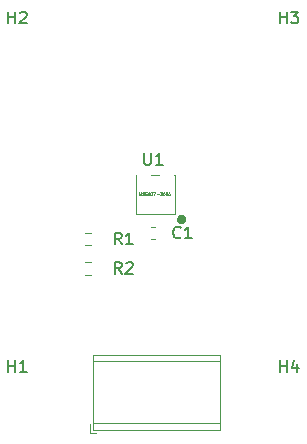
<source format=gto>
%TF.GenerationSoftware,KiCad,Pcbnew,(5.1.12)-1*%
%TF.CreationDate,2022-08-18T11:38:46-07:00*%
%TF.ProjectId,HighPressureSensorArray,48696768-5072-4657-9373-75726553656e,rev?*%
%TF.SameCoordinates,Original*%
%TF.FileFunction,Legend,Top*%
%TF.FilePolarity,Positive*%
%FSLAX46Y46*%
G04 Gerber Fmt 4.6, Leading zero omitted, Abs format (unit mm)*
G04 Created by KiCad (PCBNEW (5.1.12)-1) date 2022-08-18 11:38:46*
%MOMM*%
%LPD*%
G01*
G04 APERTURE LIST*
%ADD10C,0.120000*%
%ADD11C,0.400000*%
%ADD12C,0.050000*%
%ADD13C,0.150000*%
%ADD14C,0.062500*%
%ADD15C,2.100000*%
%ADD16R,2.200000X2.200000*%
%ADD17C,2.200000*%
%ADD18R,1.300000X1.300000*%
G04 APERTURE END LIST*
D10*
X103640580Y-67010000D02*
X103359420Y-67010000D01*
X103640580Y-65990000D02*
X103359420Y-65990000D01*
X98440000Y-82600000D02*
X109180000Y-82600000D01*
X98440000Y-77300000D02*
X109180000Y-77300000D01*
X98440000Y-76840000D02*
X109180000Y-76840000D01*
X98440000Y-83160000D02*
X109180000Y-83160000D01*
X98440000Y-76840000D02*
X98440000Y-83160000D01*
X109180000Y-76840000D02*
X109180000Y-83160000D01*
X98200000Y-82660000D02*
X98200000Y-83400000D01*
X98200000Y-83400000D02*
X98700000Y-83400000D01*
X98237258Y-70022500D02*
X97762742Y-70022500D01*
X98237258Y-68977500D02*
X97762742Y-68977500D01*
X98237258Y-66477500D02*
X97762742Y-66477500D01*
X98237258Y-67522500D02*
X97762742Y-67522500D01*
D11*
X106113000Y-65350000D02*
G75*
G03*
X106113000Y-65350000I-200000J0D01*
G01*
D12*
X102062600Y-61550400D02*
X102062600Y-64850400D01*
X102062600Y-61550400D02*
X105362600Y-61550400D01*
X102062600Y-64850400D02*
X105362600Y-64850400D01*
X105362600Y-61550400D02*
X105362600Y-64850400D01*
D13*
X105833333Y-66857142D02*
X105785714Y-66904761D01*
X105642857Y-66952380D01*
X105547619Y-66952380D01*
X105404761Y-66904761D01*
X105309523Y-66809523D01*
X105261904Y-66714285D01*
X105214285Y-66523809D01*
X105214285Y-66380952D01*
X105261904Y-66190476D01*
X105309523Y-66095238D01*
X105404761Y-66000000D01*
X105547619Y-65952380D01*
X105642857Y-65952380D01*
X105785714Y-66000000D01*
X105833333Y-66047619D01*
X106785714Y-66952380D02*
X106214285Y-66952380D01*
X106500000Y-66952380D02*
X106500000Y-65952380D01*
X106404761Y-66095238D01*
X106309523Y-66190476D01*
X106214285Y-66238095D01*
X91238095Y-78252380D02*
X91238095Y-77252380D01*
X91238095Y-77728571D02*
X91809523Y-77728571D01*
X91809523Y-78252380D02*
X91809523Y-77252380D01*
X92809523Y-78252380D02*
X92238095Y-78252380D01*
X92523809Y-78252380D02*
X92523809Y-77252380D01*
X92428571Y-77395238D01*
X92333333Y-77490476D01*
X92238095Y-77538095D01*
X91238095Y-48752380D02*
X91238095Y-47752380D01*
X91238095Y-48228571D02*
X91809523Y-48228571D01*
X91809523Y-48752380D02*
X91809523Y-47752380D01*
X92238095Y-47847619D02*
X92285714Y-47800000D01*
X92380952Y-47752380D01*
X92619047Y-47752380D01*
X92714285Y-47800000D01*
X92761904Y-47847619D01*
X92809523Y-47942857D01*
X92809523Y-48038095D01*
X92761904Y-48180952D01*
X92190476Y-48752380D01*
X92809523Y-48752380D01*
X114238095Y-48752380D02*
X114238095Y-47752380D01*
X114238095Y-48228571D02*
X114809523Y-48228571D01*
X114809523Y-48752380D02*
X114809523Y-47752380D01*
X115190476Y-47752380D02*
X115809523Y-47752380D01*
X115476190Y-48133333D01*
X115619047Y-48133333D01*
X115714285Y-48180952D01*
X115761904Y-48228571D01*
X115809523Y-48323809D01*
X115809523Y-48561904D01*
X115761904Y-48657142D01*
X115714285Y-48704761D01*
X115619047Y-48752380D01*
X115333333Y-48752380D01*
X115238095Y-48704761D01*
X115190476Y-48657142D01*
X114238095Y-78252380D02*
X114238095Y-77252380D01*
X114238095Y-77728571D02*
X114809523Y-77728571D01*
X114809523Y-78252380D02*
X114809523Y-77252380D01*
X115714285Y-77585714D02*
X115714285Y-78252380D01*
X115476190Y-77204761D02*
X115238095Y-77919047D01*
X115857142Y-77919047D01*
X100833333Y-69952380D02*
X100500000Y-69476190D01*
X100261904Y-69952380D02*
X100261904Y-68952380D01*
X100642857Y-68952380D01*
X100738095Y-69000000D01*
X100785714Y-69047619D01*
X100833333Y-69142857D01*
X100833333Y-69285714D01*
X100785714Y-69380952D01*
X100738095Y-69428571D01*
X100642857Y-69476190D01*
X100261904Y-69476190D01*
X101214285Y-69047619D02*
X101261904Y-69000000D01*
X101357142Y-68952380D01*
X101595238Y-68952380D01*
X101690476Y-69000000D01*
X101738095Y-69047619D01*
X101785714Y-69142857D01*
X101785714Y-69238095D01*
X101738095Y-69380952D01*
X101166666Y-69952380D01*
X101785714Y-69952380D01*
X100833333Y-67452380D02*
X100500000Y-66976190D01*
X100261904Y-67452380D02*
X100261904Y-66452380D01*
X100642857Y-66452380D01*
X100738095Y-66500000D01*
X100785714Y-66547619D01*
X100833333Y-66642857D01*
X100833333Y-66785714D01*
X100785714Y-66880952D01*
X100738095Y-66928571D01*
X100642857Y-66976190D01*
X100261904Y-66976190D01*
X101785714Y-67452380D02*
X101214285Y-67452380D01*
X101500000Y-67452380D02*
X101500000Y-66452380D01*
X101404761Y-66595238D01*
X101309523Y-66690476D01*
X101214285Y-66738095D01*
X102738095Y-59722380D02*
X102738095Y-60531904D01*
X102785714Y-60627142D01*
X102833333Y-60674761D01*
X102928571Y-60722380D01*
X103119047Y-60722380D01*
X103214285Y-60674761D01*
X103261904Y-60627142D01*
X103309523Y-60531904D01*
X103309523Y-59722380D01*
X104309523Y-60722380D02*
X103738095Y-60722380D01*
X104023809Y-60722380D02*
X104023809Y-59722380D01*
X103928571Y-59865238D01*
X103833333Y-59960476D01*
X103738095Y-60008095D01*
D14*
X102323428Y-63304095D02*
X102323428Y-63054095D01*
X102406761Y-63232666D01*
X102490095Y-63054095D01*
X102490095Y-63304095D01*
X102597238Y-63292190D02*
X102632952Y-63304095D01*
X102692476Y-63304095D01*
X102716285Y-63292190D01*
X102728190Y-63280285D01*
X102740095Y-63256476D01*
X102740095Y-63232666D01*
X102728190Y-63208857D01*
X102716285Y-63196952D01*
X102692476Y-63185047D01*
X102644857Y-63173142D01*
X102621047Y-63161238D01*
X102609142Y-63149333D01*
X102597238Y-63125523D01*
X102597238Y-63101714D01*
X102609142Y-63077904D01*
X102621047Y-63066000D01*
X102644857Y-63054095D01*
X102704380Y-63054095D01*
X102740095Y-63066000D01*
X102966285Y-63054095D02*
X102847238Y-63054095D01*
X102835333Y-63173142D01*
X102847238Y-63161238D01*
X102871047Y-63149333D01*
X102930571Y-63149333D01*
X102954380Y-63161238D01*
X102966285Y-63173142D01*
X102978190Y-63196952D01*
X102978190Y-63256476D01*
X102966285Y-63280285D01*
X102954380Y-63292190D01*
X102930571Y-63304095D01*
X102871047Y-63304095D01*
X102847238Y-63292190D01*
X102835333Y-63280285D01*
X103121047Y-63161238D02*
X103097238Y-63149333D01*
X103085333Y-63137428D01*
X103073428Y-63113619D01*
X103073428Y-63101714D01*
X103085333Y-63077904D01*
X103097238Y-63066000D01*
X103121047Y-63054095D01*
X103168666Y-63054095D01*
X103192476Y-63066000D01*
X103204380Y-63077904D01*
X103216285Y-63101714D01*
X103216285Y-63113619D01*
X103204380Y-63137428D01*
X103192476Y-63149333D01*
X103168666Y-63161238D01*
X103121047Y-63161238D01*
X103097238Y-63173142D01*
X103085333Y-63185047D01*
X103073428Y-63208857D01*
X103073428Y-63256476D01*
X103085333Y-63280285D01*
X103097238Y-63292190D01*
X103121047Y-63304095D01*
X103168666Y-63304095D01*
X103192476Y-63292190D01*
X103204380Y-63280285D01*
X103216285Y-63256476D01*
X103216285Y-63208857D01*
X103204380Y-63185047D01*
X103192476Y-63173142D01*
X103168666Y-63161238D01*
X103299619Y-63054095D02*
X103454380Y-63054095D01*
X103371047Y-63149333D01*
X103406761Y-63149333D01*
X103430571Y-63161238D01*
X103442476Y-63173142D01*
X103454380Y-63196952D01*
X103454380Y-63256476D01*
X103442476Y-63280285D01*
X103430571Y-63292190D01*
X103406761Y-63304095D01*
X103335333Y-63304095D01*
X103311523Y-63292190D01*
X103299619Y-63280285D01*
X103537714Y-63054095D02*
X103704380Y-63054095D01*
X103597238Y-63304095D01*
X103799619Y-63208857D02*
X103990095Y-63208857D01*
X104085333Y-63054095D02*
X104240095Y-63054095D01*
X104156761Y-63149333D01*
X104192476Y-63149333D01*
X104216285Y-63161238D01*
X104228190Y-63173142D01*
X104240095Y-63196952D01*
X104240095Y-63256476D01*
X104228190Y-63280285D01*
X104216285Y-63292190D01*
X104192476Y-63304095D01*
X104121047Y-63304095D01*
X104097238Y-63292190D01*
X104085333Y-63280285D01*
X104394857Y-63054095D02*
X104418666Y-63054095D01*
X104442476Y-63066000D01*
X104454380Y-63077904D01*
X104466285Y-63101714D01*
X104478190Y-63149333D01*
X104478190Y-63208857D01*
X104466285Y-63256476D01*
X104454380Y-63280285D01*
X104442476Y-63292190D01*
X104418666Y-63304095D01*
X104394857Y-63304095D01*
X104371047Y-63292190D01*
X104359142Y-63280285D01*
X104347238Y-63256476D01*
X104335333Y-63208857D01*
X104335333Y-63149333D01*
X104347238Y-63101714D01*
X104359142Y-63077904D01*
X104371047Y-63066000D01*
X104394857Y-63054095D01*
X104668666Y-63173142D02*
X104704380Y-63185047D01*
X104716285Y-63196952D01*
X104728190Y-63220761D01*
X104728190Y-63256476D01*
X104716285Y-63280285D01*
X104704380Y-63292190D01*
X104680571Y-63304095D01*
X104585333Y-63304095D01*
X104585333Y-63054095D01*
X104668666Y-63054095D01*
X104692476Y-63066000D01*
X104704380Y-63077904D01*
X104716285Y-63101714D01*
X104716285Y-63125523D01*
X104704380Y-63149333D01*
X104692476Y-63161238D01*
X104668666Y-63173142D01*
X104585333Y-63173142D01*
X104823428Y-63232666D02*
X104942476Y-63232666D01*
X104799619Y-63304095D02*
X104882952Y-63054095D01*
X104966285Y-63304095D01*
%LPC*%
G36*
G01*
X104725000Y-66250000D02*
X104725000Y-66750000D01*
G75*
G02*
X104500000Y-66975000I-225000J0D01*
G01*
X104050000Y-66975000D01*
G75*
G02*
X103825000Y-66750000I0J225000D01*
G01*
X103825000Y-66250000D01*
G75*
G02*
X104050000Y-66025000I225000J0D01*
G01*
X104500000Y-66025000D01*
G75*
G02*
X104725000Y-66250000I0J-225000D01*
G01*
G37*
G36*
G01*
X103175000Y-66250000D02*
X103175000Y-66750000D01*
G75*
G02*
X102950000Y-66975000I-225000J0D01*
G01*
X102500000Y-66975000D01*
G75*
G02*
X102275000Y-66750000I0J225000D01*
G01*
X102275000Y-66250000D01*
G75*
G02*
X102500000Y-66025000I225000J0D01*
G01*
X102950000Y-66025000D01*
G75*
G02*
X103175000Y-66250000I0J-225000D01*
G01*
G37*
D15*
X92000000Y-81000000D03*
X92000000Y-51500000D03*
X115000000Y-51500000D03*
X115000000Y-81000000D03*
D16*
X100000000Y-80000000D03*
D17*
X102540000Y-80000000D03*
X105080000Y-80000000D03*
X107620000Y-80000000D03*
G36*
G01*
X99225000Y-69225000D02*
X99225000Y-69775000D01*
G75*
G02*
X99025000Y-69975000I-200000J0D01*
G01*
X98625000Y-69975000D01*
G75*
G02*
X98425000Y-69775000I0J200000D01*
G01*
X98425000Y-69225000D01*
G75*
G02*
X98625000Y-69025000I200000J0D01*
G01*
X99025000Y-69025000D01*
G75*
G02*
X99225000Y-69225000I0J-200000D01*
G01*
G37*
G36*
G01*
X97575000Y-69225000D02*
X97575000Y-69775000D01*
G75*
G02*
X97375000Y-69975000I-200000J0D01*
G01*
X96975000Y-69975000D01*
G75*
G02*
X96775000Y-69775000I0J200000D01*
G01*
X96775000Y-69225000D01*
G75*
G02*
X96975000Y-69025000I200000J0D01*
G01*
X97375000Y-69025000D01*
G75*
G02*
X97575000Y-69225000I0J-200000D01*
G01*
G37*
G36*
G01*
X97575000Y-66725000D02*
X97575000Y-67275000D01*
G75*
G02*
X97375000Y-67475000I-200000J0D01*
G01*
X96975000Y-67475000D01*
G75*
G02*
X96775000Y-67275000I0J200000D01*
G01*
X96775000Y-66725000D01*
G75*
G02*
X96975000Y-66525000I200000J0D01*
G01*
X97375000Y-66525000D01*
G75*
G02*
X97575000Y-66725000I0J-200000D01*
G01*
G37*
G36*
G01*
X99225000Y-66725000D02*
X99225000Y-67275000D01*
G75*
G02*
X99025000Y-67475000I-200000J0D01*
G01*
X98625000Y-67475000D01*
G75*
G02*
X98425000Y-67275000I0J200000D01*
G01*
X98425000Y-66725000D01*
G75*
G02*
X98625000Y-66525000I200000J0D01*
G01*
X99025000Y-66525000D01*
G75*
G02*
X99225000Y-66725000I0J-200000D01*
G01*
G37*
D18*
X102712600Y-64200400D03*
X102712600Y-62200400D03*
X104712600Y-64200400D03*
X104712600Y-62200400D03*
M02*

</source>
